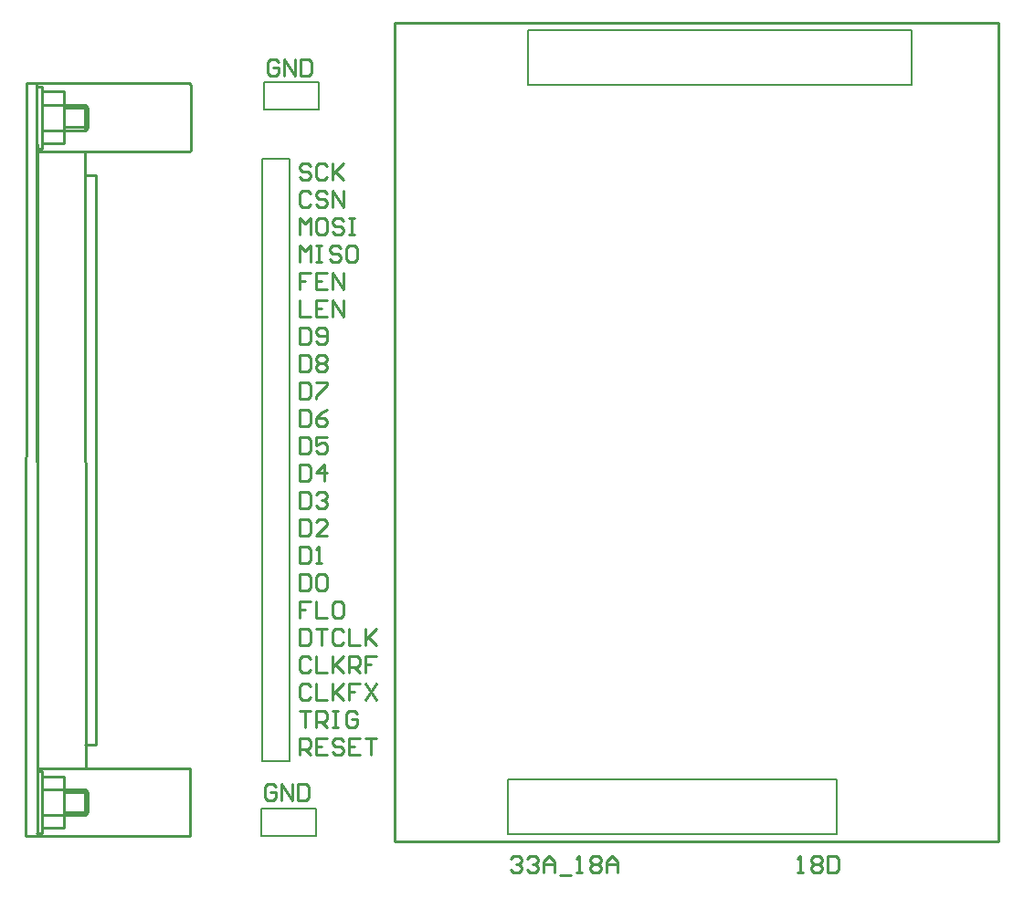
<source format=gto>
G04*
G04 #@! TF.GenerationSoftware,Altium Limited,Altium Designer,18.0.9 (584)*
G04*
G04 Layer_Color=65535*
%FSLAX44Y44*%
%MOMM*%
G71*
G01*
G75*
%ADD10C,0.2000*%
%ADD11C,0.2540*%
%ADD12C,0.2500*%
D10*
X194760Y831480D02*
X245560D01*
Y856880D01*
X194760D02*
X245560D01*
X194760Y831480D02*
Y856880D01*
X192220Y157110D02*
X243020D01*
Y182510D01*
X192220D02*
X243020D01*
X192220Y157110D02*
Y182510D01*
X795116Y853860D02*
Y904660D01*
X439516Y853860D02*
X795116D01*
X439516D02*
Y904660D01*
X795116D01*
X420974Y159170D02*
Y209970D01*
X725774Y159170D02*
Y209970D01*
X420974Y159170D02*
X725774D01*
X420974Y209970D02*
X725774D01*
X218890Y226960D02*
Y766710D01*
Y785760D01*
X193490D02*
X218890D01*
X193490Y226960D02*
Y785760D01*
Y226960D02*
X218890D01*
D11*
X315920Y151988D02*
X875920D01*
X315920Y911988D02*
X875920D01*
Y151988D02*
Y911988D01*
X315920Y151988D02*
Y911988D01*
X208627Y875700D02*
X206088Y878239D01*
X201009D01*
X198470Y875700D01*
Y865543D01*
X201009Y863004D01*
X206088D01*
X208627Y865543D01*
Y870621D01*
X203548D01*
X213705Y863004D02*
Y878239D01*
X223862Y863004D01*
Y878239D01*
X228940D02*
Y863004D01*
X236558D01*
X239097Y865543D01*
Y875700D01*
X236558Y878239D01*
X228940D01*
X206187Y202826D02*
X203647Y205365D01*
X198569D01*
X196030Y202826D01*
Y192669D01*
X198569Y190130D01*
X203647D01*
X206187Y192669D01*
Y197747D01*
X201108D01*
X211265Y190130D02*
Y205365D01*
X221422Y190130D01*
Y205365D01*
X226500D02*
Y190130D01*
X234118D01*
X236657Y192669D01*
Y202826D01*
X234118Y205365D01*
X226500D01*
X228288Y232548D02*
Y247783D01*
X235905D01*
X238445Y245244D01*
Y240166D01*
X235905Y237626D01*
X228288D01*
X233366D02*
X238445Y232548D01*
X253680Y247783D02*
X243523D01*
Y232548D01*
X253680D01*
X243523Y240166D02*
X248601D01*
X268915Y245244D02*
X266376Y247783D01*
X261297D01*
X258758Y245244D01*
Y242705D01*
X261297Y240166D01*
X266376D01*
X268915Y237626D01*
Y235087D01*
X266376Y232548D01*
X261297D01*
X258758Y235087D01*
X284150Y247783D02*
X273993D01*
Y232548D01*
X284150D01*
X273993Y240166D02*
X279072D01*
X289228Y247783D02*
X299385D01*
X294307D01*
Y232548D01*
X228288Y273195D02*
X238445D01*
X233366D01*
Y257960D01*
X243523D02*
Y273195D01*
X251141D01*
X253680Y270656D01*
Y265578D01*
X251141Y263038D01*
X243523D01*
X248601D02*
X253680Y257960D01*
X258758Y273195D02*
X263836D01*
X261297D01*
Y257960D01*
X258758D01*
X263836D01*
X281611Y270656D02*
X279072Y273195D01*
X273993D01*
X271454Y270656D01*
Y260499D01*
X273993Y257960D01*
X279072D01*
X281611Y260499D01*
Y265578D01*
X276532D01*
X238445Y296068D02*
X235905Y298607D01*
X230827D01*
X228288Y296068D01*
Y285911D01*
X230827Y283372D01*
X235905D01*
X238445Y285911D01*
X243523Y298607D02*
Y283372D01*
X253680D01*
X258758Y298607D02*
Y283372D01*
Y288451D01*
X268915Y298607D01*
X261297Y290990D01*
X268915Y283372D01*
X284150Y298607D02*
X273993D01*
Y290990D01*
X279072D01*
X273993D01*
Y283372D01*
X289228Y298607D02*
X299385Y283372D01*
Y298607D02*
X289228Y283372D01*
X238445Y321480D02*
X235905Y324019D01*
X230827D01*
X228288Y321480D01*
Y311323D01*
X230827Y308784D01*
X235905D01*
X238445Y311323D01*
X243523Y324019D02*
Y308784D01*
X253680D01*
X258758Y324019D02*
Y308784D01*
Y313862D01*
X268915Y324019D01*
X261297Y316402D01*
X268915Y308784D01*
X273993D02*
Y324019D01*
X281611D01*
X284150Y321480D01*
Y316402D01*
X281611Y313862D01*
X273993D01*
X279072D02*
X284150Y308784D01*
X299385Y324019D02*
X289228D01*
Y316402D01*
X294307D01*
X289228D01*
Y308784D01*
X228288Y349431D02*
Y334196D01*
X235905D01*
X238445Y336735D01*
Y346892D01*
X235905Y349431D01*
X228288D01*
X243523D02*
X253680D01*
X248601D01*
Y334196D01*
X268915Y346892D02*
X266376Y349431D01*
X261297D01*
X258758Y346892D01*
Y336735D01*
X261297Y334196D01*
X266376D01*
X268915Y336735D01*
X273993Y349431D02*
Y334196D01*
X284150D01*
X289228Y349431D02*
Y334196D01*
Y339275D01*
X299385Y349431D01*
X291768Y341814D01*
X299385Y334196D01*
X238445Y374843D02*
X228288D01*
Y367226D01*
X233366D01*
X228288D01*
Y359608D01*
X243523Y374843D02*
Y359608D01*
X253680D01*
X266376Y374843D02*
X261297D01*
X258758Y372304D01*
Y362147D01*
X261297Y359608D01*
X266376D01*
X268915Y362147D01*
Y372304D01*
X266376Y374843D01*
X228288Y400256D02*
Y385020D01*
X235905D01*
X238445Y387560D01*
Y397716D01*
X235905Y400256D01*
X228288D01*
X243523Y397716D02*
X246062Y400256D01*
X251141D01*
X253680Y397716D01*
Y387560D01*
X251141Y385020D01*
X246062D01*
X243523Y387560D01*
Y397716D01*
X228288Y425667D02*
Y410433D01*
X235905D01*
X238445Y412972D01*
Y423128D01*
X235905Y425667D01*
X228288D01*
X243523Y410433D02*
X248601D01*
X246062D01*
Y425667D01*
X243523Y423128D01*
X228288Y451080D02*
Y435844D01*
X235905D01*
X238445Y438384D01*
Y448540D01*
X235905Y451080D01*
X228288D01*
X253680Y435844D02*
X243523D01*
X253680Y446001D01*
Y448540D01*
X251141Y451080D01*
X246062D01*
X243523Y448540D01*
X228288Y476492D02*
Y461257D01*
X235905D01*
X238445Y463796D01*
Y473952D01*
X235905Y476492D01*
X228288D01*
X243523Y473952D02*
X246062Y476492D01*
X251141D01*
X253680Y473952D01*
Y471413D01*
X251141Y468874D01*
X248601D01*
X251141D01*
X253680Y466335D01*
Y463796D01*
X251141Y461257D01*
X246062D01*
X243523Y463796D01*
X228288Y501904D02*
Y486669D01*
X235905D01*
X238445Y489208D01*
Y499365D01*
X235905Y501904D01*
X228288D01*
X251141Y486669D02*
Y501904D01*
X243523Y494286D01*
X253680D01*
X228288Y527316D02*
Y512081D01*
X235905D01*
X238445Y514620D01*
Y524777D01*
X235905Y527316D01*
X228288D01*
X253680D02*
X243523D01*
Y519698D01*
X248601Y522237D01*
X251141D01*
X253680Y519698D01*
Y514620D01*
X251141Y512081D01*
X246062D01*
X243523Y514620D01*
X228288Y552728D02*
Y537493D01*
X235905D01*
X238445Y540032D01*
Y550189D01*
X235905Y552728D01*
X228288D01*
X253680D02*
X248601Y550189D01*
X243523Y545110D01*
Y540032D01*
X246062Y537493D01*
X251141D01*
X253680Y540032D01*
Y542571D01*
X251141Y545110D01*
X243523D01*
X228288Y578140D02*
Y562905D01*
X235905D01*
X238445Y565444D01*
Y575601D01*
X235905Y578140D01*
X228288D01*
X243523D02*
X253680D01*
Y575601D01*
X243523Y565444D01*
Y562905D01*
X228288Y603552D02*
Y588317D01*
X235905D01*
X238445Y590856D01*
Y601013D01*
X235905Y603552D01*
X228288D01*
X243523Y601013D02*
X246062Y603552D01*
X251141D01*
X253680Y601013D01*
Y598474D01*
X251141Y595934D01*
X253680Y593395D01*
Y590856D01*
X251141Y588317D01*
X246062D01*
X243523Y590856D01*
Y593395D01*
X246062Y595934D01*
X243523Y598474D01*
Y601013D01*
X246062Y595934D02*
X251141D01*
X228288Y628964D02*
Y613729D01*
X235905D01*
X238445Y616268D01*
Y626425D01*
X235905Y628964D01*
X228288D01*
X243523Y616268D02*
X246062Y613729D01*
X251141D01*
X253680Y616268D01*
Y626425D01*
X251141Y628964D01*
X246062D01*
X243523Y626425D01*
Y623886D01*
X246062Y621347D01*
X253680D01*
X228288Y654376D02*
Y639141D01*
X238445D01*
X253680Y654376D02*
X243523D01*
Y639141D01*
X253680D01*
X243523Y646759D02*
X248601D01*
X258758Y639141D02*
Y654376D01*
X268915Y639141D01*
Y654376D01*
X238445Y679788D02*
X228288D01*
Y672171D01*
X233366D01*
X228288D01*
Y664553D01*
X253680Y679788D02*
X243523D01*
Y664553D01*
X253680D01*
X243523Y672171D02*
X248601D01*
X258758Y664553D02*
Y679788D01*
X268915Y664553D01*
Y679788D01*
X228288Y689965D02*
Y705200D01*
X233366Y700122D01*
X238445Y705200D01*
Y689965D01*
X243523Y705200D02*
X248601D01*
X246062D01*
Y689965D01*
X243523D01*
X248601D01*
X266376Y702661D02*
X263836Y705200D01*
X258758D01*
X256219Y702661D01*
Y700122D01*
X258758Y697583D01*
X263836D01*
X266376Y695043D01*
Y692504D01*
X263836Y689965D01*
X258758D01*
X256219Y692504D01*
X279072Y705200D02*
X273993D01*
X271454Y702661D01*
Y692504D01*
X273993Y689965D01*
X279072D01*
X281611Y692504D01*
Y702661D01*
X279072Y705200D01*
X228288Y715377D02*
Y730612D01*
X233366Y725534D01*
X238445Y730612D01*
Y715377D01*
X251141Y730612D02*
X246062D01*
X243523Y728073D01*
Y717916D01*
X246062Y715377D01*
X251141D01*
X253680Y717916D01*
Y728073D01*
X251141Y730612D01*
X268915Y728073D02*
X266376Y730612D01*
X261297D01*
X258758Y728073D01*
Y725534D01*
X261297Y722995D01*
X266376D01*
X268915Y720456D01*
Y717916D01*
X266376Y715377D01*
X261297D01*
X258758Y717916D01*
X273993Y730612D02*
X279072D01*
X276532D01*
Y715377D01*
X273993D01*
X279072D01*
X238445Y753485D02*
X235905Y756024D01*
X230827D01*
X228288Y753485D01*
Y743328D01*
X230827Y740789D01*
X235905D01*
X238445Y743328D01*
X253680Y753485D02*
X251141Y756024D01*
X246062D01*
X243523Y753485D01*
Y750946D01*
X246062Y748407D01*
X251141D01*
X253680Y745868D01*
Y743328D01*
X251141Y740789D01*
X246062D01*
X243523Y743328D01*
X258758Y740789D02*
Y756024D01*
X268915Y740789D01*
Y756024D01*
X238445Y778897D02*
X235905Y781436D01*
X230827D01*
X228288Y778897D01*
Y776358D01*
X230827Y773819D01*
X235905D01*
X238445Y771280D01*
Y768741D01*
X235905Y766201D01*
X230827D01*
X228288Y768741D01*
X253680Y778897D02*
X251141Y781436D01*
X246062D01*
X243523Y778897D01*
Y768741D01*
X246062Y766201D01*
X251141D01*
X253680Y768741D01*
X258758Y781436D02*
Y766201D01*
Y771280D01*
X268915Y781436D01*
X261297Y773819D01*
X268915Y766201D01*
X689486Y123530D02*
X694565D01*
X692025D01*
Y138765D01*
X689486Y136226D01*
X702182D02*
X704721Y138765D01*
X709800D01*
X712339Y136226D01*
Y133687D01*
X709800Y131147D01*
X712339Y128608D01*
Y126069D01*
X709800Y123530D01*
X704721D01*
X702182Y126069D01*
Y128608D01*
X704721Y131147D01*
X702182Y133687D01*
Y136226D01*
X704721Y131147D02*
X709800D01*
X717417Y138765D02*
Y123530D01*
X725035D01*
X727574Y126069D01*
Y136226D01*
X725035Y138765D01*
X717417D01*
X423460Y136226D02*
X425999Y138765D01*
X431077D01*
X433617Y136226D01*
Y133687D01*
X431077Y131147D01*
X428538D01*
X431077D01*
X433617Y128608D01*
Y126069D01*
X431077Y123530D01*
X425999D01*
X423460Y126069D01*
X438695Y136226D02*
X441234Y138765D01*
X446313D01*
X448852Y136226D01*
Y133687D01*
X446313Y131147D01*
X443773D01*
X446313D01*
X448852Y128608D01*
Y126069D01*
X446313Y123530D01*
X441234D01*
X438695Y126069D01*
X453930Y123530D02*
Y133687D01*
X459008Y138765D01*
X464087Y133687D01*
Y123530D01*
Y131147D01*
X453930D01*
X469165Y120991D02*
X479322D01*
X484400Y123530D02*
X489479D01*
X486940D01*
Y138765D01*
X484400Y136226D01*
X497096D02*
X499635Y138765D01*
X504714D01*
X507253Y136226D01*
Y133687D01*
X504714Y131147D01*
X507253Y128608D01*
Y126069D01*
X504714Y123530D01*
X499635D01*
X497096Y126069D01*
Y128608D01*
X499635Y131147D01*
X497096Y133687D01*
Y136226D01*
X499635Y131147D02*
X504714D01*
X512331Y123530D02*
Y133687D01*
X517410Y138765D01*
X522488Y133687D01*
Y123530D01*
Y131147D01*
X512331D01*
D12*
X-25342Y855550D02*
X125944D01*
X127032Y854462D01*
Y793248D02*
Y854462D01*
X28706Y200682D02*
X31246Y198142D01*
X9402Y197888D02*
X28706D01*
Y176552D02*
X31246Y179092D01*
X9402Y179600D02*
X28706D01*
X31246Y179092D02*
Y198142D01*
X28706Y176552D02*
Y200682D01*
X29408Y241820D02*
X39028Y241814D01*
X29088Y770170D02*
X39028Y770134D01*
X29006Y835992D02*
X31546Y833452D01*
X9702Y833198D02*
X29006D01*
X-15582Y159880D02*
X-10918Y159788D01*
Y164868D02*
X9402D01*
X-15002Y217510D02*
X-10918Y217446D01*
Y212620D02*
X9402D01*
X-15698Y795098D02*
X-10618D01*
Y800178D02*
X9702D01*
X-15698Y852756D02*
X-10618D01*
Y847930D02*
X9702D01*
X-10918Y200682D02*
X28706D01*
X-10918Y176552D02*
X28706D01*
X-25832Y157170D02*
X126242Y157248D01*
X-15202Y220220D02*
X126242Y220240D01*
X-10618Y811862D02*
X29006D01*
X-15698Y792558D02*
X126542D01*
X-10618Y835992D02*
X29006D01*
X126242Y157248D02*
Y220240D01*
X9402Y164868D02*
Y212620D01*
X29006Y811862D02*
X31546Y814402D01*
X29006Y811862D02*
Y835992D01*
X31546Y814402D02*
Y833452D01*
X9702Y814910D02*
X29006D01*
X9702Y800178D02*
Y847930D01*
X-10918Y159788D02*
Y217446D01*
X-10618Y795098D02*
Y852756D01*
X29088Y792450D02*
X29478Y220030D01*
X39028Y241814D02*
Y770134D01*
X-15328Y212350D02*
Y799598D01*
X-15482Y855550D02*
X-15392Y157170D01*
X-25642D02*
X-25542Y855550D01*
M02*

</source>
